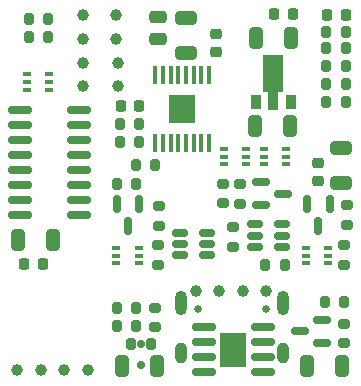
<source format=gbr>
%TF.GenerationSoftware,KiCad,Pcbnew,7.0.5*%
%TF.CreationDate,2023-08-19T21:38:06+03:00*%
%TF.ProjectId,models-heart,6d6f6465-6c73-42d6-9865-6172742e6b69,rev?*%
%TF.SameCoordinates,Original*%
%TF.FileFunction,Soldermask,Top*%
%TF.FilePolarity,Negative*%
%FSLAX46Y46*%
G04 Gerber Fmt 4.6, Leading zero omitted, Abs format (unit mm)*
G04 Created by KiCad (PCBNEW 7.0.5) date 2023-08-19 21:38:06*
%MOMM*%
%LPD*%
G01*
G04 APERTURE LIST*
G04 Aperture macros list*
%AMRoundRect*
0 Rectangle with rounded corners*
0 $1 Rounding radius*
0 $2 $3 $4 $5 $6 $7 $8 $9 X,Y pos of 4 corners*
0 Add a 4 corners polygon primitive as box body*
4,1,4,$2,$3,$4,$5,$6,$7,$8,$9,$2,$3,0*
0 Add four circle primitives for the rounded corners*
1,1,$1+$1,$2,$3*
1,1,$1+$1,$4,$5*
1,1,$1+$1,$6,$7*
1,1,$1+$1,$8,$9*
0 Add four rect primitives between the rounded corners*
20,1,$1+$1,$2,$3,$4,$5,0*
20,1,$1+$1,$4,$5,$6,$7,0*
20,1,$1+$1,$6,$7,$8,$9,0*
20,1,$1+$1,$8,$9,$2,$3,0*%
%AMFreePoly0*
4,1,9,3.862500,-0.866500,0.737500,-0.866500,0.737500,-0.450000,-0.737500,-0.450000,-0.737500,0.450000,0.737500,0.450000,0.737500,0.866500,3.862500,0.866500,3.862500,-0.866500,3.862500,-0.866500,$1*%
G04 Aperture macros list end*
%ADD10C,1.000000*%
%ADD11R,0.650000X0.400000*%
%ADD12RoundRect,0.200000X0.275000X-0.200000X0.275000X0.200000X-0.275000X0.200000X-0.275000X-0.200000X0*%
%ADD13RoundRect,0.250000X0.650000X-0.325000X0.650000X0.325000X-0.650000X0.325000X-0.650000X-0.325000X0*%
%ADD14RoundRect,0.200000X-0.275000X0.200000X-0.275000X-0.200000X0.275000X-0.200000X0.275000X0.200000X0*%
%ADD15RoundRect,0.225000X-0.225000X-0.250000X0.225000X-0.250000X0.225000X0.250000X-0.225000X0.250000X0*%
%ADD16RoundRect,0.150000X-0.587500X-0.150000X0.587500X-0.150000X0.587500X0.150000X-0.587500X0.150000X0*%
%ADD17RoundRect,0.200000X0.200000X0.275000X-0.200000X0.275000X-0.200000X-0.275000X0.200000X-0.275000X0*%
%ADD18RoundRect,0.225000X-0.250000X0.225000X-0.250000X-0.225000X0.250000X-0.225000X0.250000X0.225000X0*%
%ADD19RoundRect,0.200000X-0.200000X-0.275000X0.200000X-0.275000X0.200000X0.275000X-0.200000X0.275000X0*%
%ADD20R,2.310000X2.460000*%
%ADD21RoundRect,0.100000X0.100000X-0.687500X0.100000X0.687500X-0.100000X0.687500X-0.100000X-0.687500X0*%
%ADD22RoundRect,0.150000X-0.512500X-0.150000X0.512500X-0.150000X0.512500X0.150000X-0.512500X0.150000X0*%
%ADD23RoundRect,0.250000X0.325000X0.650000X-0.325000X0.650000X-0.325000X-0.650000X0.325000X-0.650000X0*%
%ADD24RoundRect,0.250000X0.475000X-0.250000X0.475000X0.250000X-0.475000X0.250000X-0.475000X-0.250000X0*%
%ADD25R,0.900000X1.300000*%
%ADD26FreePoly0,90.000000*%
%ADD27RoundRect,0.250000X-0.325000X-0.650000X0.325000X-0.650000X0.325000X0.650000X-0.325000X0.650000X0*%
%ADD28RoundRect,0.150000X0.587500X0.150000X-0.587500X0.150000X-0.587500X-0.150000X0.587500X-0.150000X0*%
%ADD29RoundRect,0.150000X-0.825000X-0.150000X0.825000X-0.150000X0.825000X0.150000X-0.825000X0.150000X0*%
%ADD30R,2.290000X3.000000*%
%ADD31RoundRect,0.150000X-0.150000X0.587500X-0.150000X-0.587500X0.150000X-0.587500X0.150000X0.587500X0*%
%ADD32RoundRect,0.150000X0.825000X0.150000X-0.825000X0.150000X-0.825000X-0.150000X0.825000X-0.150000X0*%
%ADD33RoundRect,0.225000X0.250000X-0.225000X0.250000X0.225000X-0.250000X0.225000X-0.250000X-0.225000X0*%
%ADD34RoundRect,0.225000X0.225000X0.250000X-0.225000X0.250000X-0.225000X-0.250000X0.225000X-0.250000X0*%
%ADD35C,0.650000*%
%ADD36O,1.000000X1.800000*%
%ADD37O,1.000000X2.100000*%
%ADD38C,0.700000*%
G04 APERTURE END LIST*
D10*
%TO.C,TP36*%
X70800000Y-34000000D03*
%TD*%
%TO.C,TP30*%
X67900000Y-30000000D03*
%TD*%
D11*
%TO.C,D3*%
X79800000Y-39300000D03*
X79800000Y-39950000D03*
X79800000Y-40600000D03*
X81700000Y-40600000D03*
X81700000Y-39950000D03*
X81700000Y-39300000D03*
%TD*%
D10*
%TO.C,TP41*%
X81400000Y-51300000D03*
%TD*%
D12*
%TO.C,R4*%
X74000000Y-54400000D03*
X74000000Y-52750000D03*
%TD*%
D13*
%TO.C,C13*%
X76600000Y-31150000D03*
X76600000Y-28200000D03*
%TD*%
D12*
%TO.C,R13*%
X90000000Y-49112500D03*
X90000000Y-47462500D03*
%TD*%
D14*
%TO.C,R12*%
X74300000Y-44150000D03*
X74300000Y-45800000D03*
%TD*%
D15*
%TO.C,C3*%
X62900000Y-49080000D03*
X64450000Y-49080000D03*
%TD*%
D16*
%TO.C,Q8*%
X82925000Y-42150000D03*
X82925000Y-44050000D03*
X84800000Y-43100000D03*
%TD*%
D13*
%TO.C,C10*%
X89700000Y-42212500D03*
X89700000Y-39262500D03*
%TD*%
D17*
%TO.C,R3*%
X84975000Y-49100000D03*
X83325000Y-49100000D03*
%TD*%
D10*
%TO.C,TP34*%
X70800000Y-32000000D03*
%TD*%
D18*
%TO.C,C12*%
X79100000Y-29562500D03*
X79100000Y-31112500D03*
%TD*%
D10*
%TO.C,TP37*%
X67900000Y-34000000D03*
%TD*%
D17*
%TO.C,R20*%
X90100000Y-32300000D03*
X88450000Y-32300000D03*
%TD*%
D19*
%TO.C,R15*%
X71000000Y-37200000D03*
X72650000Y-37200000D03*
%TD*%
D20*
%TO.C,U6*%
X76275000Y-35937500D03*
D21*
X74000000Y-38800000D03*
X74650000Y-38800000D03*
X75300000Y-38800000D03*
X75950000Y-38800000D03*
X76600000Y-38800000D03*
X77250000Y-38800000D03*
X77900000Y-38800000D03*
X78550000Y-38800000D03*
X78550000Y-33075000D03*
X77900000Y-33075000D03*
X77250000Y-33075000D03*
X76600000Y-33075000D03*
X75950000Y-33075000D03*
X75300000Y-33075000D03*
X74650000Y-33075000D03*
X74000000Y-33075000D03*
%TD*%
D22*
%TO.C,Q2*%
X76100000Y-46400000D03*
X76100000Y-47350000D03*
X76100000Y-48300000D03*
X78375000Y-48300000D03*
X78375000Y-47350000D03*
X78375000Y-46400000D03*
%TD*%
D17*
%TO.C,R5*%
X64925000Y-29800000D03*
X63275000Y-29800000D03*
%TD*%
D23*
%TO.C,C6*%
X85512500Y-29900000D03*
X82562500Y-29900000D03*
%TD*%
D19*
%TO.C,R2*%
X88350000Y-52250000D03*
X90000000Y-52250000D03*
%TD*%
D17*
%TO.C,R6*%
X64925000Y-28300000D03*
X63275000Y-28300000D03*
%TD*%
D24*
%TO.C,C14*%
X74200000Y-30000000D03*
X74200000Y-28100000D03*
%TD*%
D11*
%TO.C,Q3*%
X65000000Y-34300000D03*
X65000000Y-33650000D03*
X65000000Y-33000000D03*
X63100000Y-33000000D03*
X63100000Y-33650000D03*
X63100000Y-34300000D03*
%TD*%
D25*
%TO.C,U4*%
X82500000Y-35300000D03*
D26*
X84000000Y-35212500D03*
D25*
X85500000Y-35300000D03*
%TD*%
D19*
%TO.C,R22*%
X72350000Y-40700000D03*
X74000000Y-40700000D03*
%TD*%
D17*
%TO.C,R24*%
X72375000Y-42300000D03*
X70725000Y-42300000D03*
%TD*%
D23*
%TO.C,C5*%
X85412500Y-37400000D03*
X82462500Y-37400000D03*
%TD*%
D14*
%TO.C,R1*%
X90000000Y-54100000D03*
X90000000Y-55750000D03*
%TD*%
D27*
%TO.C,C4*%
X62400000Y-46980000D03*
X65350000Y-46980000D03*
%TD*%
D10*
%TO.C,TP42*%
X77400000Y-51300000D03*
%TD*%
D22*
%TO.C,U2*%
X82425000Y-45700000D03*
X82425000Y-46650000D03*
X82425000Y-47600000D03*
X84700000Y-47600000D03*
X84700000Y-46650000D03*
X84700000Y-45700000D03*
%TD*%
D19*
%TO.C,R18*%
X88462500Y-35300000D03*
X90112500Y-35300000D03*
%TD*%
D10*
%TO.C,TP31*%
X70700000Y-28000000D03*
%TD*%
%TO.C,TP32*%
X70700000Y-30000000D03*
%TD*%
%TO.C,TP35*%
X67900000Y-32000000D03*
%TD*%
D12*
%TO.C,R11*%
X74200000Y-49112500D03*
X74200000Y-47462500D03*
%TD*%
D17*
%TO.C,R17*%
X90137500Y-29400000D03*
X88487500Y-29400000D03*
%TD*%
D11*
%TO.C,Q6*%
X72600000Y-49000000D03*
X72600000Y-48350000D03*
X72600000Y-47700000D03*
X70700000Y-47700000D03*
X70700000Y-48350000D03*
X70700000Y-49000000D03*
%TD*%
%TO.C,Q9*%
X83200000Y-39300000D03*
X83200000Y-39950000D03*
X83200000Y-40600000D03*
X85100000Y-40600000D03*
X85100000Y-39950000D03*
X85100000Y-39300000D03*
%TD*%
D14*
%TO.C,R10*%
X80600000Y-45950000D03*
X80600000Y-47600000D03*
%TD*%
D23*
%TO.C,C1*%
X74112500Y-57700000D03*
X71162500Y-57700000D03*
%TD*%
D28*
%TO.C,Q1*%
X88125000Y-55700000D03*
X88125000Y-53800000D03*
X86250000Y-54750000D03*
%TD*%
D11*
%TO.C,Q7*%
X88645000Y-49000000D03*
X88645000Y-48350000D03*
X88645000Y-47700000D03*
X86745000Y-47700000D03*
X86745000Y-48350000D03*
X86745000Y-49000000D03*
%TD*%
D10*
%TO.C,TP33*%
X67900000Y-28000000D03*
%TD*%
D12*
%TO.C,R23*%
X81200000Y-43937500D03*
X81200000Y-42287500D03*
%TD*%
D10*
%TO.C,TP38*%
X64300000Y-58000000D03*
%TD*%
%TO.C,TP40*%
X66300000Y-58000000D03*
%TD*%
D14*
%TO.C,R25*%
X79700000Y-42262500D03*
X79700000Y-43912500D03*
%TD*%
D10*
%TO.C,TP28*%
X83400000Y-51300000D03*
%TD*%
D17*
%TO.C,R8*%
X73612500Y-55800000D03*
X71962500Y-55800000D03*
%TD*%
D19*
%TO.C,R21*%
X88450000Y-33800000D03*
X90100000Y-33800000D03*
%TD*%
D10*
%TO.C,TP39*%
X79400000Y-51300000D03*
%TD*%
%TO.C,TP29*%
X68300000Y-58000000D03*
%TD*%
D27*
%TO.C,C2*%
X86862500Y-57700000D03*
X89812500Y-57700000D03*
%TD*%
D14*
%TO.C,R14*%
X90200000Y-44087500D03*
X90200000Y-45737500D03*
%TD*%
D29*
%TO.C,U1*%
X78125000Y-54395000D03*
X78125000Y-55665000D03*
X78125000Y-56935000D03*
X78125000Y-58205000D03*
X83075000Y-58205000D03*
X83075000Y-56935000D03*
X83075000Y-55665000D03*
X83075000Y-54395000D03*
D30*
X80600000Y-56300000D03*
%TD*%
D31*
%TO.C,Q4*%
X88750000Y-44000000D03*
X86850000Y-44000000D03*
X87800000Y-45875000D03*
%TD*%
D32*
%TO.C,U3*%
X67500000Y-44870000D03*
X67500000Y-43600000D03*
X67500000Y-42330000D03*
X67500000Y-41060000D03*
X67500000Y-39790000D03*
X67500000Y-38520000D03*
X67500000Y-37250000D03*
X67500000Y-35980000D03*
X62550000Y-35980000D03*
X62550000Y-37250000D03*
X62550000Y-38520000D03*
X62550000Y-39790000D03*
X62550000Y-41060000D03*
X62550000Y-42330000D03*
X62550000Y-43600000D03*
X62550000Y-44870000D03*
%TD*%
D17*
%TO.C,R7*%
X72400000Y-52800000D03*
X70750000Y-52800000D03*
%TD*%
D33*
%TO.C,C11*%
X87800000Y-42012500D03*
X87800000Y-40462500D03*
%TD*%
D15*
%TO.C,C9*%
X88550000Y-28000000D03*
X90100000Y-28000000D03*
%TD*%
D31*
%TO.C,Q5*%
X72650000Y-44000000D03*
X70750000Y-44000000D03*
X71700000Y-45875000D03*
%TD*%
D17*
%TO.C,R9*%
X72400000Y-54300000D03*
X70750000Y-54300000D03*
%TD*%
D19*
%TO.C,R16*%
X88450000Y-30800000D03*
X90100000Y-30800000D03*
%TD*%
D34*
%TO.C,C7*%
X85612500Y-27900000D03*
X84062500Y-27900000D03*
%TD*%
D10*
%TO.C,TP43*%
X62300000Y-58000000D03*
%TD*%
D34*
%TO.C,C8*%
X72650000Y-35690000D03*
X71100000Y-35690000D03*
%TD*%
D19*
%TO.C,R19*%
X71000000Y-38700000D03*
X72650000Y-38700000D03*
%TD*%
D35*
%TO.C,P1*%
X83390000Y-52895000D03*
X77610000Y-52895000D03*
D36*
X84820000Y-56575000D03*
D37*
X84820000Y-52395000D03*
D36*
X76180000Y-56575000D03*
D37*
X76180000Y-52395000D03*
%TD*%
D38*
%TO.C,SW1*%
X72800000Y-57600000D03*
X72800000Y-55800000D03*
%TD*%
M02*

</source>
